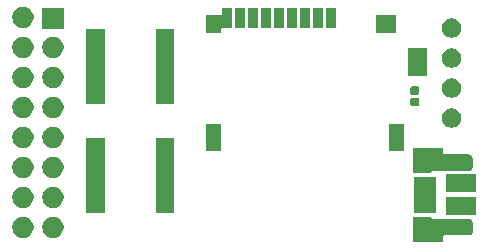
<source format=gbr>
G04 #@! TF.GenerationSoftware,KiCad,Pcbnew,5.1.5+dfsg1-2build2*
G04 #@! TF.CreationDate,2021-09-24T14:29:39+01:00*
G04 #@! TF.ProjectId,picopak,7069636f-7061-46b2-9e6b-696361645f70,rev?*
G04 #@! TF.SameCoordinates,Original*
G04 #@! TF.FileFunction,Soldermask,Top*
G04 #@! TF.FilePolarity,Negative*
%FSLAX46Y46*%
G04 Gerber Fmt 4.6, Leading zero omitted, Abs format (unit mm)*
G04 Created by KiCad (PCBNEW 5.1.5+dfsg1-2build2) date 2021-09-24 14:29:39*
%MOMM*%
%LPD*%
G04 APERTURE LIST*
%ADD10C,0.100000*%
G04 APERTURE END LIST*
D10*
G36*
X205101000Y-87549001D02*
G01*
X205103402Y-87573387D01*
X205110515Y-87596836D01*
X205122066Y-87618447D01*
X205137611Y-87637389D01*
X205156553Y-87652934D01*
X205178164Y-87664485D01*
X205201613Y-87671598D01*
X205225999Y-87674000D01*
X208230868Y-87674000D01*
X208307899Y-87681587D01*
X208376071Y-87702266D01*
X208438896Y-87735847D01*
X208493962Y-87781038D01*
X208539153Y-87836104D01*
X208572734Y-87898929D01*
X208593413Y-87967101D01*
X208601000Y-88044132D01*
X208601000Y-88705868D01*
X208593413Y-88782899D01*
X208572734Y-88851071D01*
X208539153Y-88913896D01*
X208493962Y-88968962D01*
X208438896Y-89014153D01*
X208376071Y-89047734D01*
X208307899Y-89068413D01*
X208230868Y-89076000D01*
X206175999Y-89076000D01*
X206151613Y-89078402D01*
X206128164Y-89085515D01*
X206106553Y-89097066D01*
X206087611Y-89112611D01*
X206072066Y-89131553D01*
X206060515Y-89153164D01*
X206053402Y-89176613D01*
X206051000Y-89200999D01*
X206051000Y-89601000D01*
X203539000Y-89601000D01*
X203539000Y-87499000D01*
X205101000Y-87499000D01*
X205101000Y-87549001D01*
G37*
G36*
X173163512Y-87503927D02*
G01*
X173312812Y-87533624D01*
X173476784Y-87601544D01*
X173624354Y-87700147D01*
X173749853Y-87825646D01*
X173848456Y-87973216D01*
X173916376Y-88137188D01*
X173951000Y-88311259D01*
X173951000Y-88488741D01*
X173916376Y-88662812D01*
X173848456Y-88826784D01*
X173749853Y-88974354D01*
X173624354Y-89099853D01*
X173476784Y-89198456D01*
X173312812Y-89266376D01*
X173163512Y-89296073D01*
X173138742Y-89301000D01*
X172961258Y-89301000D01*
X172936488Y-89296073D01*
X172787188Y-89266376D01*
X172623216Y-89198456D01*
X172475646Y-89099853D01*
X172350147Y-88974354D01*
X172251544Y-88826784D01*
X172183624Y-88662812D01*
X172149000Y-88488741D01*
X172149000Y-88311259D01*
X172183624Y-88137188D01*
X172251544Y-87973216D01*
X172350147Y-87825646D01*
X172475646Y-87700147D01*
X172623216Y-87601544D01*
X172787188Y-87533624D01*
X172936488Y-87503927D01*
X172961258Y-87499000D01*
X173138742Y-87499000D01*
X173163512Y-87503927D01*
G37*
G36*
X170623512Y-87503927D02*
G01*
X170772812Y-87533624D01*
X170936784Y-87601544D01*
X171084354Y-87700147D01*
X171209853Y-87825646D01*
X171308456Y-87973216D01*
X171376376Y-88137188D01*
X171411000Y-88311259D01*
X171411000Y-88488741D01*
X171376376Y-88662812D01*
X171308456Y-88826784D01*
X171209853Y-88974354D01*
X171084354Y-89099853D01*
X170936784Y-89198456D01*
X170772812Y-89266376D01*
X170623512Y-89296073D01*
X170598742Y-89301000D01*
X170421258Y-89301000D01*
X170396488Y-89296073D01*
X170247188Y-89266376D01*
X170083216Y-89198456D01*
X169935646Y-89099853D01*
X169810147Y-88974354D01*
X169711544Y-88826784D01*
X169643624Y-88662812D01*
X169609000Y-88488741D01*
X169609000Y-88311259D01*
X169643624Y-88137188D01*
X169711544Y-87973216D01*
X169810147Y-87825646D01*
X169935646Y-87700147D01*
X170083216Y-87601544D01*
X170247188Y-87533624D01*
X170396488Y-87503927D01*
X170421258Y-87499000D01*
X170598742Y-87499000D01*
X170623512Y-87503927D01*
G37*
G36*
X208901000Y-87376000D02*
G01*
X206299000Y-87376000D01*
X206299000Y-85849000D01*
X208901000Y-85849000D01*
X208901000Y-87376000D01*
G37*
G36*
X177426000Y-87201000D02*
G01*
X175874000Y-87201000D01*
X175874000Y-80799000D01*
X177426000Y-80799000D01*
X177426000Y-87201000D01*
G37*
G36*
X183326000Y-87201000D02*
G01*
X181774000Y-87201000D01*
X181774000Y-80799000D01*
X183326000Y-80799000D01*
X183326000Y-87201000D01*
G37*
G36*
X205451000Y-87201000D02*
G01*
X203599000Y-87201000D01*
X203599000Y-84099000D01*
X205451000Y-84099000D01*
X205451000Y-87201000D01*
G37*
G36*
X173163512Y-84963927D02*
G01*
X173312812Y-84993624D01*
X173476784Y-85061544D01*
X173624354Y-85160147D01*
X173749853Y-85285646D01*
X173848456Y-85433216D01*
X173916376Y-85597188D01*
X173951000Y-85771259D01*
X173951000Y-85948741D01*
X173916376Y-86122812D01*
X173848456Y-86286784D01*
X173749853Y-86434354D01*
X173624354Y-86559853D01*
X173476784Y-86658456D01*
X173312812Y-86726376D01*
X173163512Y-86756073D01*
X173138742Y-86761000D01*
X172961258Y-86761000D01*
X172936488Y-86756073D01*
X172787188Y-86726376D01*
X172623216Y-86658456D01*
X172475646Y-86559853D01*
X172350147Y-86434354D01*
X172251544Y-86286784D01*
X172183624Y-86122812D01*
X172149000Y-85948741D01*
X172149000Y-85771259D01*
X172183624Y-85597188D01*
X172251544Y-85433216D01*
X172350147Y-85285646D01*
X172475646Y-85160147D01*
X172623216Y-85061544D01*
X172787188Y-84993624D01*
X172936488Y-84963927D01*
X172961258Y-84959000D01*
X173138742Y-84959000D01*
X173163512Y-84963927D01*
G37*
G36*
X170623512Y-84963927D02*
G01*
X170772812Y-84993624D01*
X170936784Y-85061544D01*
X171084354Y-85160147D01*
X171209853Y-85285646D01*
X171308456Y-85433216D01*
X171376376Y-85597188D01*
X171411000Y-85771259D01*
X171411000Y-85948741D01*
X171376376Y-86122812D01*
X171308456Y-86286784D01*
X171209853Y-86434354D01*
X171084354Y-86559853D01*
X170936784Y-86658456D01*
X170772812Y-86726376D01*
X170623512Y-86756073D01*
X170598742Y-86761000D01*
X170421258Y-86761000D01*
X170396488Y-86756073D01*
X170247188Y-86726376D01*
X170083216Y-86658456D01*
X169935646Y-86559853D01*
X169810147Y-86434354D01*
X169711544Y-86286784D01*
X169643624Y-86122812D01*
X169609000Y-85948741D01*
X169609000Y-85771259D01*
X169643624Y-85597188D01*
X169711544Y-85433216D01*
X169810147Y-85285646D01*
X169935646Y-85160147D01*
X170083216Y-85061544D01*
X170247188Y-84993624D01*
X170396488Y-84963927D01*
X170421258Y-84959000D01*
X170598742Y-84959000D01*
X170623512Y-84963927D01*
G37*
G36*
X208901000Y-85451000D02*
G01*
X206299000Y-85451000D01*
X206299000Y-83924000D01*
X208901000Y-83924000D01*
X208901000Y-85451000D01*
G37*
G36*
X173163512Y-82423927D02*
G01*
X173312812Y-82453624D01*
X173476784Y-82521544D01*
X173624354Y-82620147D01*
X173749853Y-82745646D01*
X173848456Y-82893216D01*
X173916376Y-83057188D01*
X173951000Y-83231259D01*
X173951000Y-83408741D01*
X173916376Y-83582812D01*
X173848456Y-83746784D01*
X173749853Y-83894354D01*
X173624354Y-84019853D01*
X173476784Y-84118456D01*
X173312812Y-84186376D01*
X173163512Y-84216073D01*
X173138742Y-84221000D01*
X172961258Y-84221000D01*
X172936488Y-84216073D01*
X172787188Y-84186376D01*
X172623216Y-84118456D01*
X172475646Y-84019853D01*
X172350147Y-83894354D01*
X172251544Y-83746784D01*
X172183624Y-83582812D01*
X172149000Y-83408741D01*
X172149000Y-83231259D01*
X172183624Y-83057188D01*
X172251544Y-82893216D01*
X172350147Y-82745646D01*
X172475646Y-82620147D01*
X172623216Y-82521544D01*
X172787188Y-82453624D01*
X172936488Y-82423927D01*
X172961258Y-82419000D01*
X173138742Y-82419000D01*
X173163512Y-82423927D01*
G37*
G36*
X170623512Y-82423927D02*
G01*
X170772812Y-82453624D01*
X170936784Y-82521544D01*
X171084354Y-82620147D01*
X171209853Y-82745646D01*
X171308456Y-82893216D01*
X171376376Y-83057188D01*
X171411000Y-83231259D01*
X171411000Y-83408741D01*
X171376376Y-83582812D01*
X171308456Y-83746784D01*
X171209853Y-83894354D01*
X171084354Y-84019853D01*
X170936784Y-84118456D01*
X170772812Y-84186376D01*
X170623512Y-84216073D01*
X170598742Y-84221000D01*
X170421258Y-84221000D01*
X170396488Y-84216073D01*
X170247188Y-84186376D01*
X170083216Y-84118456D01*
X169935646Y-84019853D01*
X169810147Y-83894354D01*
X169711544Y-83746784D01*
X169643624Y-83582812D01*
X169609000Y-83408741D01*
X169609000Y-83231259D01*
X169643624Y-83057188D01*
X169711544Y-82893216D01*
X169810147Y-82745646D01*
X169935646Y-82620147D01*
X170083216Y-82521544D01*
X170247188Y-82453624D01*
X170396488Y-82423927D01*
X170421258Y-82419000D01*
X170598742Y-82419000D01*
X170623512Y-82423927D01*
G37*
G36*
X206051000Y-82099001D02*
G01*
X206053402Y-82123387D01*
X206060515Y-82146836D01*
X206072066Y-82168447D01*
X206087611Y-82187389D01*
X206106553Y-82202934D01*
X206128164Y-82214485D01*
X206151613Y-82221598D01*
X206175999Y-82224000D01*
X208230868Y-82224000D01*
X208307899Y-82231587D01*
X208376071Y-82252266D01*
X208438896Y-82285847D01*
X208493962Y-82331038D01*
X208539153Y-82386104D01*
X208572734Y-82448929D01*
X208593413Y-82517101D01*
X208601000Y-82594132D01*
X208601000Y-83255868D01*
X208593413Y-83332899D01*
X208572734Y-83401071D01*
X208539153Y-83463896D01*
X208493962Y-83518962D01*
X208438896Y-83564153D01*
X208376071Y-83597734D01*
X208307899Y-83618413D01*
X208230868Y-83626000D01*
X205225999Y-83626000D01*
X205201613Y-83628402D01*
X205178164Y-83635515D01*
X205156553Y-83647066D01*
X205137611Y-83662611D01*
X205122066Y-83681553D01*
X205110515Y-83703164D01*
X205103402Y-83726613D01*
X205101000Y-83750999D01*
X205101000Y-83801000D01*
X203539000Y-83801000D01*
X203539000Y-81699000D01*
X206051000Y-81699000D01*
X206051000Y-82099001D01*
G37*
G36*
X187301000Y-81951000D02*
G01*
X185999000Y-81951000D01*
X185999000Y-79649000D01*
X187301000Y-79649000D01*
X187301000Y-81951000D01*
G37*
G36*
X202801000Y-81951000D02*
G01*
X201499000Y-81951000D01*
X201499000Y-79649000D01*
X202801000Y-79649000D01*
X202801000Y-81951000D01*
G37*
G36*
X173163512Y-79883927D02*
G01*
X173312812Y-79913624D01*
X173476784Y-79981544D01*
X173624354Y-80080147D01*
X173749853Y-80205646D01*
X173848456Y-80353216D01*
X173916376Y-80517188D01*
X173951000Y-80691259D01*
X173951000Y-80868741D01*
X173916376Y-81042812D01*
X173848456Y-81206784D01*
X173749853Y-81354354D01*
X173624354Y-81479853D01*
X173476784Y-81578456D01*
X173312812Y-81646376D01*
X173163512Y-81676073D01*
X173138742Y-81681000D01*
X172961258Y-81681000D01*
X172936488Y-81676073D01*
X172787188Y-81646376D01*
X172623216Y-81578456D01*
X172475646Y-81479853D01*
X172350147Y-81354354D01*
X172251544Y-81206784D01*
X172183624Y-81042812D01*
X172149000Y-80868741D01*
X172149000Y-80691259D01*
X172183624Y-80517188D01*
X172251544Y-80353216D01*
X172350147Y-80205646D01*
X172475646Y-80080147D01*
X172623216Y-79981544D01*
X172787188Y-79913624D01*
X172936488Y-79883927D01*
X172961258Y-79879000D01*
X173138742Y-79879000D01*
X173163512Y-79883927D01*
G37*
G36*
X170623512Y-79883927D02*
G01*
X170772812Y-79913624D01*
X170936784Y-79981544D01*
X171084354Y-80080147D01*
X171209853Y-80205646D01*
X171308456Y-80353216D01*
X171376376Y-80517188D01*
X171411000Y-80691259D01*
X171411000Y-80868741D01*
X171376376Y-81042812D01*
X171308456Y-81206784D01*
X171209853Y-81354354D01*
X171084354Y-81479853D01*
X170936784Y-81578456D01*
X170772812Y-81646376D01*
X170623512Y-81676073D01*
X170598742Y-81681000D01*
X170421258Y-81681000D01*
X170396488Y-81676073D01*
X170247188Y-81646376D01*
X170083216Y-81578456D01*
X169935646Y-81479853D01*
X169810147Y-81354354D01*
X169711544Y-81206784D01*
X169643624Y-81042812D01*
X169609000Y-80868741D01*
X169609000Y-80691259D01*
X169643624Y-80517188D01*
X169711544Y-80353216D01*
X169810147Y-80205646D01*
X169935646Y-80080147D01*
X170083216Y-79981544D01*
X170247188Y-79913624D01*
X170396488Y-79883927D01*
X170421258Y-79879000D01*
X170598742Y-79879000D01*
X170623512Y-79883927D01*
G37*
G36*
X207037142Y-78363242D02*
G01*
X207185101Y-78424529D01*
X207318255Y-78513499D01*
X207431501Y-78626745D01*
X207520471Y-78759899D01*
X207581758Y-78907858D01*
X207613000Y-79064925D01*
X207613000Y-79225075D01*
X207581758Y-79382142D01*
X207520471Y-79530101D01*
X207431501Y-79663255D01*
X207318255Y-79776501D01*
X207185101Y-79865471D01*
X207037142Y-79926758D01*
X206880075Y-79958000D01*
X206719925Y-79958000D01*
X206562858Y-79926758D01*
X206414899Y-79865471D01*
X206281745Y-79776501D01*
X206168499Y-79663255D01*
X206079529Y-79530101D01*
X206018242Y-79382142D01*
X205987000Y-79225075D01*
X205987000Y-79064925D01*
X206018242Y-78907858D01*
X206079529Y-78759899D01*
X206168499Y-78626745D01*
X206281745Y-78513499D01*
X206414899Y-78424529D01*
X206562858Y-78363242D01*
X206719925Y-78332000D01*
X206880075Y-78332000D01*
X207037142Y-78363242D01*
G37*
G36*
X173163512Y-77343927D02*
G01*
X173312812Y-77373624D01*
X173476784Y-77441544D01*
X173624354Y-77540147D01*
X173749853Y-77665646D01*
X173848456Y-77813216D01*
X173916376Y-77977188D01*
X173951000Y-78151259D01*
X173951000Y-78328741D01*
X173916376Y-78502812D01*
X173848456Y-78666784D01*
X173749853Y-78814354D01*
X173624354Y-78939853D01*
X173476784Y-79038456D01*
X173312812Y-79106376D01*
X173163512Y-79136073D01*
X173138742Y-79141000D01*
X172961258Y-79141000D01*
X172936488Y-79136073D01*
X172787188Y-79106376D01*
X172623216Y-79038456D01*
X172475646Y-78939853D01*
X172350147Y-78814354D01*
X172251544Y-78666784D01*
X172183624Y-78502812D01*
X172149000Y-78328741D01*
X172149000Y-78151259D01*
X172183624Y-77977188D01*
X172251544Y-77813216D01*
X172350147Y-77665646D01*
X172475646Y-77540147D01*
X172623216Y-77441544D01*
X172787188Y-77373624D01*
X172936488Y-77343927D01*
X172961258Y-77339000D01*
X173138742Y-77339000D01*
X173163512Y-77343927D01*
G37*
G36*
X170623512Y-77343927D02*
G01*
X170772812Y-77373624D01*
X170936784Y-77441544D01*
X171084354Y-77540147D01*
X171209853Y-77665646D01*
X171308456Y-77813216D01*
X171376376Y-77977188D01*
X171411000Y-78151259D01*
X171411000Y-78328741D01*
X171376376Y-78502812D01*
X171308456Y-78666784D01*
X171209853Y-78814354D01*
X171084354Y-78939853D01*
X170936784Y-79038456D01*
X170772812Y-79106376D01*
X170623512Y-79136073D01*
X170598742Y-79141000D01*
X170421258Y-79141000D01*
X170396488Y-79136073D01*
X170247188Y-79106376D01*
X170083216Y-79038456D01*
X169935646Y-78939853D01*
X169810147Y-78814354D01*
X169711544Y-78666784D01*
X169643624Y-78502812D01*
X169609000Y-78328741D01*
X169609000Y-78151259D01*
X169643624Y-77977188D01*
X169711544Y-77813216D01*
X169810147Y-77665646D01*
X169935646Y-77540147D01*
X170083216Y-77441544D01*
X170247188Y-77373624D01*
X170396488Y-77343927D01*
X170421258Y-77339000D01*
X170598742Y-77339000D01*
X170623512Y-77343927D01*
G37*
G36*
X203981938Y-77441716D02*
G01*
X204002557Y-77447971D01*
X204021553Y-77458124D01*
X204038208Y-77471792D01*
X204051876Y-77488447D01*
X204062029Y-77507443D01*
X204068284Y-77528062D01*
X204071000Y-77555640D01*
X204071000Y-78014360D01*
X204068284Y-78041938D01*
X204062029Y-78062557D01*
X204051876Y-78081553D01*
X204038208Y-78098208D01*
X204021553Y-78111876D01*
X204002557Y-78122029D01*
X203981938Y-78128284D01*
X203954360Y-78131000D01*
X203445640Y-78131000D01*
X203418062Y-78128284D01*
X203397443Y-78122029D01*
X203378447Y-78111876D01*
X203361792Y-78098208D01*
X203348124Y-78081553D01*
X203337971Y-78062557D01*
X203331716Y-78041938D01*
X203329000Y-78014360D01*
X203329000Y-77555640D01*
X203331716Y-77528062D01*
X203337971Y-77507443D01*
X203348124Y-77488447D01*
X203361792Y-77471792D01*
X203378447Y-77458124D01*
X203397443Y-77447971D01*
X203418062Y-77441716D01*
X203445640Y-77439000D01*
X203954360Y-77439000D01*
X203981938Y-77441716D01*
G37*
G36*
X183326000Y-78001000D02*
G01*
X181774000Y-78001000D01*
X181774000Y-71599000D01*
X183326000Y-71599000D01*
X183326000Y-78001000D01*
G37*
G36*
X177426000Y-78001000D02*
G01*
X175874000Y-78001000D01*
X175874000Y-71599000D01*
X177426000Y-71599000D01*
X177426000Y-78001000D01*
G37*
G36*
X207037142Y-75823242D02*
G01*
X207185101Y-75884529D01*
X207318255Y-75973499D01*
X207431501Y-76086745D01*
X207520471Y-76219899D01*
X207581758Y-76367858D01*
X207613000Y-76524925D01*
X207613000Y-76685075D01*
X207581758Y-76842142D01*
X207520471Y-76990101D01*
X207431501Y-77123255D01*
X207318255Y-77236501D01*
X207185101Y-77325471D01*
X207037142Y-77386758D01*
X206880075Y-77418000D01*
X206719925Y-77418000D01*
X206562858Y-77386758D01*
X206414899Y-77325471D01*
X206281745Y-77236501D01*
X206168499Y-77123255D01*
X206079529Y-76990101D01*
X206018242Y-76842142D01*
X205987000Y-76685075D01*
X205987000Y-76524925D01*
X206018242Y-76367858D01*
X206079529Y-76219899D01*
X206168499Y-76086745D01*
X206281745Y-75973499D01*
X206414899Y-75884529D01*
X206562858Y-75823242D01*
X206719925Y-75792000D01*
X206880075Y-75792000D01*
X207037142Y-75823242D01*
G37*
G36*
X203981938Y-76471716D02*
G01*
X204002557Y-76477971D01*
X204021553Y-76488124D01*
X204038208Y-76501792D01*
X204051876Y-76518447D01*
X204062029Y-76537443D01*
X204068284Y-76558062D01*
X204071000Y-76585640D01*
X204071000Y-77044360D01*
X204068284Y-77071938D01*
X204062029Y-77092557D01*
X204051876Y-77111553D01*
X204038208Y-77128208D01*
X204021553Y-77141876D01*
X204002557Y-77152029D01*
X203981938Y-77158284D01*
X203954360Y-77161000D01*
X203445640Y-77161000D01*
X203418062Y-77158284D01*
X203397443Y-77152029D01*
X203378447Y-77141876D01*
X203361792Y-77128208D01*
X203348124Y-77111553D01*
X203337971Y-77092557D01*
X203331716Y-77071938D01*
X203329000Y-77044360D01*
X203329000Y-76585640D01*
X203331716Y-76558062D01*
X203337971Y-76537443D01*
X203348124Y-76518447D01*
X203361792Y-76501792D01*
X203378447Y-76488124D01*
X203397443Y-76477971D01*
X203418062Y-76471716D01*
X203445640Y-76469000D01*
X203954360Y-76469000D01*
X203981938Y-76471716D01*
G37*
G36*
X173163512Y-74803927D02*
G01*
X173312812Y-74833624D01*
X173476784Y-74901544D01*
X173624354Y-75000147D01*
X173749853Y-75125646D01*
X173848456Y-75273216D01*
X173916376Y-75437188D01*
X173951000Y-75611259D01*
X173951000Y-75788741D01*
X173916376Y-75962812D01*
X173848456Y-76126784D01*
X173749853Y-76274354D01*
X173624354Y-76399853D01*
X173476784Y-76498456D01*
X173312812Y-76566376D01*
X173163512Y-76596073D01*
X173138742Y-76601000D01*
X172961258Y-76601000D01*
X172936488Y-76596073D01*
X172787188Y-76566376D01*
X172623216Y-76498456D01*
X172475646Y-76399853D01*
X172350147Y-76274354D01*
X172251544Y-76126784D01*
X172183624Y-75962812D01*
X172149000Y-75788741D01*
X172149000Y-75611259D01*
X172183624Y-75437188D01*
X172251544Y-75273216D01*
X172350147Y-75125646D01*
X172475646Y-75000147D01*
X172623216Y-74901544D01*
X172787188Y-74833624D01*
X172936488Y-74803927D01*
X172961258Y-74799000D01*
X173138742Y-74799000D01*
X173163512Y-74803927D01*
G37*
G36*
X170623512Y-74803927D02*
G01*
X170772812Y-74833624D01*
X170936784Y-74901544D01*
X171084354Y-75000147D01*
X171209853Y-75125646D01*
X171308456Y-75273216D01*
X171376376Y-75437188D01*
X171411000Y-75611259D01*
X171411000Y-75788741D01*
X171376376Y-75962812D01*
X171308456Y-76126784D01*
X171209853Y-76274354D01*
X171084354Y-76399853D01*
X170936784Y-76498456D01*
X170772812Y-76566376D01*
X170623512Y-76596073D01*
X170598742Y-76601000D01*
X170421258Y-76601000D01*
X170396488Y-76596073D01*
X170247188Y-76566376D01*
X170083216Y-76498456D01*
X169935646Y-76399853D01*
X169810147Y-76274354D01*
X169711544Y-76126784D01*
X169643624Y-75962812D01*
X169609000Y-75788741D01*
X169609000Y-75611259D01*
X169643624Y-75437188D01*
X169711544Y-75273216D01*
X169810147Y-75125646D01*
X169935646Y-75000147D01*
X170083216Y-74901544D01*
X170247188Y-74833624D01*
X170396488Y-74803927D01*
X170421258Y-74799000D01*
X170598742Y-74799000D01*
X170623512Y-74803927D01*
G37*
G36*
X204701000Y-75625999D02*
G01*
X203099000Y-75625999D01*
X203099000Y-73223999D01*
X204701000Y-73223999D01*
X204701000Y-75625999D01*
G37*
G36*
X207037142Y-73283242D02*
G01*
X207185101Y-73344529D01*
X207318255Y-73433499D01*
X207431501Y-73546745D01*
X207520471Y-73679899D01*
X207581758Y-73827858D01*
X207613000Y-73984925D01*
X207613000Y-74145075D01*
X207581758Y-74302142D01*
X207520471Y-74450101D01*
X207431501Y-74583255D01*
X207318255Y-74696501D01*
X207185101Y-74785471D01*
X207037142Y-74846758D01*
X206880075Y-74878000D01*
X206719925Y-74878000D01*
X206562858Y-74846758D01*
X206414899Y-74785471D01*
X206281745Y-74696501D01*
X206168499Y-74583255D01*
X206079529Y-74450101D01*
X206018242Y-74302142D01*
X205987000Y-74145075D01*
X205987000Y-73984925D01*
X206018242Y-73827858D01*
X206079529Y-73679899D01*
X206168499Y-73546745D01*
X206281745Y-73433499D01*
X206414899Y-73344529D01*
X206562858Y-73283242D01*
X206719925Y-73252000D01*
X206880075Y-73252000D01*
X207037142Y-73283242D01*
G37*
G36*
X170623512Y-72263927D02*
G01*
X170772812Y-72293624D01*
X170936784Y-72361544D01*
X171084354Y-72460147D01*
X171209853Y-72585646D01*
X171308456Y-72733216D01*
X171376376Y-72897188D01*
X171411000Y-73071259D01*
X171411000Y-73248741D01*
X171376376Y-73422812D01*
X171308456Y-73586784D01*
X171209853Y-73734354D01*
X171084354Y-73859853D01*
X170936784Y-73958456D01*
X170772812Y-74026376D01*
X170623512Y-74056073D01*
X170598742Y-74061000D01*
X170421258Y-74061000D01*
X170396488Y-74056073D01*
X170247188Y-74026376D01*
X170083216Y-73958456D01*
X169935646Y-73859853D01*
X169810147Y-73734354D01*
X169711544Y-73586784D01*
X169643624Y-73422812D01*
X169609000Y-73248741D01*
X169609000Y-73071259D01*
X169643624Y-72897188D01*
X169711544Y-72733216D01*
X169810147Y-72585646D01*
X169935646Y-72460147D01*
X170083216Y-72361544D01*
X170247188Y-72293624D01*
X170396488Y-72263927D01*
X170421258Y-72259000D01*
X170598742Y-72259000D01*
X170623512Y-72263927D01*
G37*
G36*
X173163512Y-72263927D02*
G01*
X173312812Y-72293624D01*
X173476784Y-72361544D01*
X173624354Y-72460147D01*
X173749853Y-72585646D01*
X173848456Y-72733216D01*
X173916376Y-72897188D01*
X173951000Y-73071259D01*
X173951000Y-73248741D01*
X173916376Y-73422812D01*
X173848456Y-73586784D01*
X173749853Y-73734354D01*
X173624354Y-73859853D01*
X173476784Y-73958456D01*
X173312812Y-74026376D01*
X173163512Y-74056073D01*
X173138742Y-74061000D01*
X172961258Y-74061000D01*
X172936488Y-74056073D01*
X172787188Y-74026376D01*
X172623216Y-73958456D01*
X172475646Y-73859853D01*
X172350147Y-73734354D01*
X172251544Y-73586784D01*
X172183624Y-73422812D01*
X172149000Y-73248741D01*
X172149000Y-73071259D01*
X172183624Y-72897188D01*
X172251544Y-72733216D01*
X172350147Y-72585646D01*
X172475646Y-72460147D01*
X172623216Y-72361544D01*
X172787188Y-72293624D01*
X172936488Y-72263927D01*
X172961258Y-72259000D01*
X173138742Y-72259000D01*
X173163512Y-72263927D01*
G37*
G36*
X207037142Y-70743242D02*
G01*
X207185101Y-70804529D01*
X207318255Y-70893499D01*
X207431501Y-71006745D01*
X207520471Y-71139899D01*
X207581758Y-71287858D01*
X207613000Y-71444925D01*
X207613000Y-71605075D01*
X207581758Y-71762142D01*
X207520471Y-71910101D01*
X207431501Y-72043255D01*
X207318255Y-72156501D01*
X207185101Y-72245471D01*
X207037142Y-72306758D01*
X206880075Y-72338000D01*
X206719925Y-72338000D01*
X206562858Y-72306758D01*
X206414899Y-72245471D01*
X206281745Y-72156501D01*
X206168499Y-72043255D01*
X206079529Y-71910101D01*
X206018242Y-71762142D01*
X205987000Y-71605075D01*
X205987000Y-71444925D01*
X206018242Y-71287858D01*
X206079529Y-71139899D01*
X206168499Y-71006745D01*
X206281745Y-70893499D01*
X206414899Y-70804529D01*
X206562858Y-70743242D01*
X206719925Y-70712000D01*
X206880075Y-70712000D01*
X207037142Y-70743242D01*
G37*
G36*
X188201000Y-71551000D02*
G01*
X187425999Y-71551000D01*
X187401613Y-71553402D01*
X187378164Y-71560515D01*
X187356553Y-71572066D01*
X187337611Y-71587611D01*
X187322066Y-71606553D01*
X187310515Y-71628164D01*
X187303402Y-71651613D01*
X187301000Y-71675999D01*
X187301000Y-71951000D01*
X185999000Y-71951000D01*
X185999000Y-70449000D01*
X187274001Y-70449000D01*
X187298387Y-70446598D01*
X187321836Y-70439485D01*
X187343447Y-70427934D01*
X187362389Y-70412389D01*
X187377934Y-70393447D01*
X187389485Y-70371836D01*
X187396598Y-70348387D01*
X187399000Y-70324001D01*
X187399000Y-69849000D01*
X188201000Y-69849000D01*
X188201000Y-71551000D01*
G37*
G36*
X202101000Y-71951000D02*
G01*
X200399000Y-71951000D01*
X200399000Y-70449000D01*
X202101000Y-70449000D01*
X202101000Y-71951000D01*
G37*
G36*
X173951000Y-71601000D02*
G01*
X172149000Y-71601000D01*
X172149000Y-69799000D01*
X173951000Y-69799000D01*
X173951000Y-71601000D01*
G37*
G36*
X192601000Y-71551000D02*
G01*
X191799000Y-71551000D01*
X191799000Y-69849000D01*
X192601000Y-69849000D01*
X192601000Y-71551000D01*
G37*
G36*
X195901000Y-71551000D02*
G01*
X195099000Y-71551000D01*
X195099000Y-69849000D01*
X195901000Y-69849000D01*
X195901000Y-71551000D01*
G37*
G36*
X197001000Y-71551000D02*
G01*
X196199000Y-71551000D01*
X196199000Y-69849000D01*
X197001000Y-69849000D01*
X197001000Y-71551000D01*
G37*
G36*
X193701000Y-71551000D02*
G01*
X192899000Y-71551000D01*
X192899000Y-69849000D01*
X193701000Y-69849000D01*
X193701000Y-71551000D01*
G37*
G36*
X191501000Y-71551000D02*
G01*
X190699000Y-71551000D01*
X190699000Y-69849000D01*
X191501000Y-69849000D01*
X191501000Y-71551000D01*
G37*
G36*
X194801000Y-71551000D02*
G01*
X193999000Y-71551000D01*
X193999000Y-69849000D01*
X194801000Y-69849000D01*
X194801000Y-71551000D01*
G37*
G36*
X190401000Y-71551000D02*
G01*
X189599000Y-71551000D01*
X189599000Y-69849000D01*
X190401000Y-69849000D01*
X190401000Y-71551000D01*
G37*
G36*
X189301000Y-71551000D02*
G01*
X188499000Y-71551000D01*
X188499000Y-69849000D01*
X189301000Y-69849000D01*
X189301000Y-71551000D01*
G37*
G36*
X170623512Y-69723927D02*
G01*
X170772812Y-69753624D01*
X170936784Y-69821544D01*
X171084354Y-69920147D01*
X171209853Y-70045646D01*
X171308456Y-70193216D01*
X171376376Y-70357188D01*
X171411000Y-70531259D01*
X171411000Y-70708741D01*
X171376376Y-70882812D01*
X171308456Y-71046784D01*
X171209853Y-71194354D01*
X171084354Y-71319853D01*
X170936784Y-71418456D01*
X170772812Y-71486376D01*
X170623512Y-71516073D01*
X170598742Y-71521000D01*
X170421258Y-71521000D01*
X170396488Y-71516073D01*
X170247188Y-71486376D01*
X170083216Y-71418456D01*
X169935646Y-71319853D01*
X169810147Y-71194354D01*
X169711544Y-71046784D01*
X169643624Y-70882812D01*
X169609000Y-70708741D01*
X169609000Y-70531259D01*
X169643624Y-70357188D01*
X169711544Y-70193216D01*
X169810147Y-70045646D01*
X169935646Y-69920147D01*
X170083216Y-69821544D01*
X170247188Y-69753624D01*
X170396488Y-69723927D01*
X170421258Y-69719000D01*
X170598742Y-69719000D01*
X170623512Y-69723927D01*
G37*
M02*

</source>
